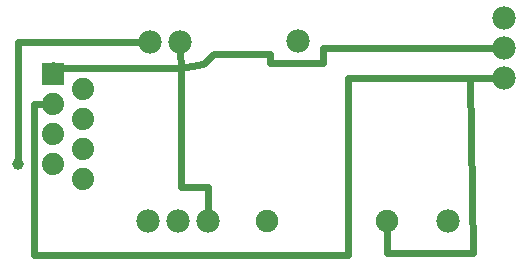
<source format=gbl>
G04 MADE WITH FRITZING*
G04 WWW.FRITZING.ORG*
G04 DOUBLE SIDED*
G04 HOLES PLATED*
G04 CONTOUR ON CENTER OF CONTOUR VECTOR*
%ASAXBY*%
%FSLAX23Y23*%
%MOIN*%
%OFA0B0*%
%SFA1.0B1.0*%
%ADD10C,0.075000*%
%ADD11C,0.039370*%
%ADD12C,0.074000*%
%ADD13C,0.078000*%
%ADD14C,0.024000*%
%ADD15R,0.001000X0.001000*%
%LNCOPPER0*%
G90*
G70*
G54D10*
X1044Y191D03*
X1444Y191D03*
G54D11*
X214Y382D03*
G54D12*
X430Y332D03*
X330Y382D03*
X430Y432D03*
X430Y532D03*
X430Y632D03*
X330Y482D03*
X330Y582D03*
X330Y682D03*
G54D13*
X1147Y791D03*
X1647Y193D03*
X1832Y869D03*
X1832Y769D03*
X1832Y669D03*
X845Y190D03*
X745Y190D03*
X645Y190D03*
X753Y788D03*
X653Y788D03*
G54D14*
X1054Y747D02*
X1054Y717D01*
D02*
X1054Y717D02*
X1229Y717D01*
D02*
X1229Y717D02*
X1229Y769D01*
D02*
X1229Y769D02*
X1802Y769D01*
D02*
X829Y714D02*
X866Y747D01*
D02*
X866Y747D02*
X1054Y747D01*
D02*
X755Y701D02*
X829Y714D01*
D02*
X214Y401D02*
X214Y788D01*
D02*
X214Y788D02*
X623Y788D01*
D02*
X1444Y84D02*
X1729Y84D01*
D02*
X1729Y84D02*
X1719Y668D01*
D02*
X1444Y163D02*
X1444Y84D01*
D02*
X1719Y668D02*
X1802Y669D01*
D02*
X265Y582D02*
X299Y582D01*
D02*
X265Y78D02*
X265Y582D01*
D02*
X1311Y78D02*
X265Y78D01*
D02*
X1311Y668D02*
X1311Y78D01*
D02*
X1719Y668D02*
X1311Y668D01*
D02*
X330Y701D02*
X755Y701D01*
D02*
X755Y701D02*
X754Y758D01*
D02*
X330Y713D02*
X330Y701D01*
D02*
X845Y306D02*
X845Y220D01*
D02*
X755Y306D02*
X845Y306D01*
D02*
X755Y701D02*
X755Y306D01*
G54D15*
X293Y719D02*
X366Y719D01*
X293Y718D02*
X366Y718D01*
X293Y717D02*
X366Y717D01*
X293Y716D02*
X366Y716D01*
X293Y715D02*
X366Y715D01*
X293Y714D02*
X366Y714D01*
X293Y713D02*
X366Y713D01*
X293Y712D02*
X366Y712D01*
X293Y711D02*
X366Y711D01*
X293Y710D02*
X366Y710D01*
X293Y709D02*
X366Y709D01*
X293Y708D02*
X366Y708D01*
X293Y707D02*
X366Y707D01*
X293Y706D02*
X366Y706D01*
X293Y705D02*
X366Y705D01*
X293Y704D02*
X366Y704D01*
X293Y703D02*
X366Y703D01*
X293Y702D02*
X366Y702D01*
X293Y701D02*
X323Y701D01*
X336Y701D02*
X366Y701D01*
X293Y700D02*
X321Y700D01*
X338Y700D02*
X366Y700D01*
X293Y699D02*
X319Y699D01*
X340Y699D02*
X366Y699D01*
X293Y698D02*
X317Y698D01*
X342Y698D02*
X366Y698D01*
X293Y697D02*
X316Y697D01*
X343Y697D02*
X366Y697D01*
X293Y696D02*
X315Y696D01*
X344Y696D02*
X366Y696D01*
X293Y695D02*
X314Y695D01*
X345Y695D02*
X366Y695D01*
X293Y694D02*
X313Y694D01*
X346Y694D02*
X366Y694D01*
X293Y693D02*
X313Y693D01*
X346Y693D02*
X366Y693D01*
X293Y692D02*
X312Y692D01*
X347Y692D02*
X366Y692D01*
X293Y691D02*
X311Y691D01*
X348Y691D02*
X366Y691D01*
X293Y690D02*
X311Y690D01*
X348Y690D02*
X366Y690D01*
X293Y689D02*
X311Y689D01*
X348Y689D02*
X366Y689D01*
X293Y688D02*
X310Y688D01*
X349Y688D02*
X366Y688D01*
X293Y687D02*
X310Y687D01*
X349Y687D02*
X366Y687D01*
X293Y686D02*
X310Y686D01*
X349Y686D02*
X366Y686D01*
X293Y685D02*
X310Y685D01*
X349Y685D02*
X366Y685D01*
X293Y684D02*
X309Y684D01*
X349Y684D02*
X366Y684D01*
X293Y683D02*
X309Y683D01*
X350Y683D02*
X366Y683D01*
X293Y682D02*
X309Y682D01*
X350Y682D02*
X366Y682D01*
X293Y681D02*
X309Y681D01*
X350Y681D02*
X366Y681D01*
X293Y680D02*
X310Y680D01*
X349Y680D02*
X366Y680D01*
X293Y679D02*
X310Y679D01*
X349Y679D02*
X366Y679D01*
X293Y678D02*
X310Y678D01*
X349Y678D02*
X366Y678D01*
X293Y677D02*
X310Y677D01*
X349Y677D02*
X366Y677D01*
X293Y676D02*
X310Y676D01*
X349Y676D02*
X366Y676D01*
X293Y675D02*
X311Y675D01*
X348Y675D02*
X366Y675D01*
X293Y674D02*
X311Y674D01*
X348Y674D02*
X366Y674D01*
X293Y673D02*
X312Y673D01*
X347Y673D02*
X366Y673D01*
X293Y672D02*
X312Y672D01*
X347Y672D02*
X366Y672D01*
X293Y671D02*
X313Y671D01*
X346Y671D02*
X366Y671D01*
X293Y670D02*
X314Y670D01*
X345Y670D02*
X366Y670D01*
X293Y669D02*
X315Y669D01*
X344Y669D02*
X366Y669D01*
X293Y668D02*
X316Y668D01*
X343Y668D02*
X366Y668D01*
X293Y667D02*
X317Y667D01*
X342Y667D02*
X366Y667D01*
X293Y666D02*
X318Y666D01*
X341Y666D02*
X366Y666D01*
X293Y665D02*
X320Y665D01*
X339Y665D02*
X366Y665D01*
X293Y664D02*
X322Y664D01*
X337Y664D02*
X366Y664D01*
X293Y663D02*
X325Y663D01*
X334Y663D02*
X366Y663D01*
X293Y662D02*
X366Y662D01*
X293Y661D02*
X366Y661D01*
X293Y660D02*
X366Y660D01*
X293Y659D02*
X366Y659D01*
X293Y658D02*
X366Y658D01*
X293Y657D02*
X366Y657D01*
X293Y656D02*
X366Y656D01*
X293Y655D02*
X366Y655D01*
X293Y654D02*
X366Y654D01*
X293Y653D02*
X366Y653D01*
X293Y652D02*
X366Y652D01*
X293Y651D02*
X366Y651D01*
X293Y650D02*
X366Y650D01*
X293Y649D02*
X366Y649D01*
X293Y648D02*
X366Y648D01*
X293Y647D02*
X366Y647D01*
X293Y646D02*
X366Y646D01*
D02*
G04 End of Copper0*
M02*
</source>
